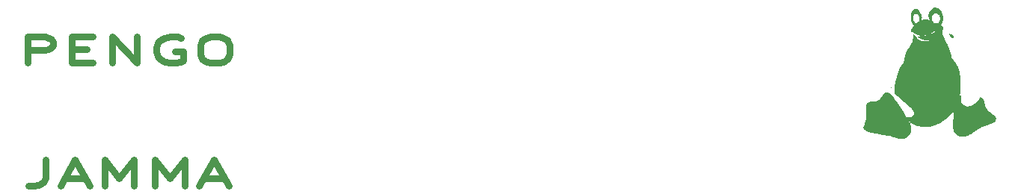
<source format=gto>
G04 #@! TF.GenerationSoftware,KiCad,Pcbnew,(6.0.6-0)*
G04 #@! TF.CreationDate,2022-08-17T04:52:14+09:00*
G04 #@! TF.ProjectId,PENGO2JAMMA,50454e47-4f32-44a4-914d-4d412e6b6963,rev?*
G04 #@! TF.SameCoordinates,Original*
G04 #@! TF.FileFunction,Legend,Top*
G04 #@! TF.FilePolarity,Positive*
%FSLAX46Y46*%
G04 Gerber Fmt 4.6, Leading zero omitted, Abs format (unit mm)*
G04 Created by KiCad (PCBNEW (6.0.6-0)) date 2022-08-17 04:52:14*
%MOMM*%
%LPD*%
G01*
G04 APERTURE LIST*
%ADD10C,0.750000*%
G04 APERTURE END LIST*
D10*
X87750476Y-96607142D02*
X87750476Y-93607142D01*
X89655238Y-93607142D01*
X90131428Y-93750000D01*
X90369523Y-93892857D01*
X90607619Y-94178571D01*
X90607619Y-94607142D01*
X90369523Y-94892857D01*
X90131428Y-95035714D01*
X89655238Y-95178571D01*
X87750476Y-95178571D01*
X92750476Y-95035714D02*
X94417142Y-95035714D01*
X95131428Y-96607142D02*
X92750476Y-96607142D01*
X92750476Y-93607142D01*
X95131428Y-93607142D01*
X97274285Y-96607142D02*
X97274285Y-93607142D01*
X100131428Y-96607142D01*
X100131428Y-93607142D01*
X105131428Y-93750000D02*
X104655238Y-93607142D01*
X103940952Y-93607142D01*
X103226666Y-93750000D01*
X102750476Y-94035714D01*
X102512380Y-94321428D01*
X102274285Y-94892857D01*
X102274285Y-95321428D01*
X102512380Y-95892857D01*
X102750476Y-96178571D01*
X103226666Y-96464285D01*
X103940952Y-96607142D01*
X104417142Y-96607142D01*
X105131428Y-96464285D01*
X105369523Y-96321428D01*
X105369523Y-95321428D01*
X104417142Y-95321428D01*
X108464761Y-93607142D02*
X109417142Y-93607142D01*
X109893333Y-93750000D01*
X110369523Y-94035714D01*
X110607619Y-94607142D01*
X110607619Y-95607142D01*
X110369523Y-96178571D01*
X109893333Y-96464285D01*
X109417142Y-96607142D01*
X108464761Y-96607142D01*
X107988571Y-96464285D01*
X107512380Y-96178571D01*
X107274285Y-95607142D01*
X107274285Y-94607142D01*
X107512380Y-94035714D01*
X107988571Y-93750000D01*
X108464761Y-93607142D01*
X89774285Y-107577142D02*
X89774285Y-109720000D01*
X89536190Y-110148571D01*
X89060000Y-110434285D01*
X88345714Y-110577142D01*
X87869523Y-110577142D01*
X91917142Y-109720000D02*
X94298095Y-109720000D01*
X91440952Y-110577142D02*
X93107619Y-107577142D01*
X94774285Y-110577142D01*
X96440952Y-110577142D02*
X96440952Y-107577142D01*
X98107619Y-109720000D01*
X99774285Y-107577142D01*
X99774285Y-110577142D01*
X102155238Y-110577142D02*
X102155238Y-107577142D01*
X103821904Y-109720000D01*
X105488571Y-107577142D01*
X105488571Y-110577142D01*
X107631428Y-109720000D02*
X110012380Y-109720000D01*
X107155238Y-110577142D02*
X108821904Y-107577142D01*
X110488571Y-110577142D01*
G36*
X189703433Y-91368365D02*
G01*
X189692948Y-91290069D01*
X189696370Y-91198991D01*
X189697653Y-91184298D01*
X189745312Y-90950572D01*
X189844202Y-90746052D01*
X189996072Y-90567186D01*
X190005284Y-90558673D01*
X190189157Y-90422740D01*
X190376821Y-90345454D01*
X190564940Y-90326684D01*
X190750174Y-90366298D01*
X190929187Y-90464166D01*
X191081336Y-90600985D01*
X191224105Y-90798991D01*
X191321328Y-91031185D01*
X191371255Y-91291706D01*
X191372141Y-91574618D01*
X191351161Y-91757355D01*
X191318668Y-91900986D01*
X191268402Y-92025516D01*
X191194099Y-92150953D01*
X191189669Y-92157566D01*
X191138348Y-92242136D01*
X191118712Y-92294274D01*
X191127291Y-92307472D01*
X191197381Y-92333159D01*
X191269231Y-92399357D01*
X191327416Y-92489776D01*
X191346624Y-92539172D01*
X191361470Y-92605093D01*
X191364634Y-92677154D01*
X191355207Y-92770907D01*
X191332282Y-92901905D01*
X191322552Y-92951210D01*
X191263414Y-93246207D01*
X191407969Y-93570590D01*
X191473623Y-93714809D01*
X191556925Y-93893188D01*
X191648936Y-94086826D01*
X191740717Y-94276827D01*
X191777822Y-94352570D01*
X191973611Y-94781249D01*
X192125623Y-95184916D01*
X192237640Y-95574055D01*
X192269780Y-95716803D01*
X192303507Y-95862833D01*
X192336522Y-95964882D01*
X192374693Y-96037950D01*
X192414853Y-96087714D01*
X192580412Y-96287540D01*
X192744386Y-96530806D01*
X192897958Y-96802048D01*
X193032311Y-97085805D01*
X193131204Y-97344145D01*
X193207085Y-97594252D01*
X193264679Y-97842166D01*
X193305718Y-98100791D01*
X193331935Y-98383028D01*
X193345062Y-98701781D01*
X193347389Y-98954201D01*
X193344664Y-99205426D01*
X193337437Y-99449601D01*
X193326368Y-99671855D01*
X193312121Y-99857313D01*
X193303786Y-99933406D01*
X193285328Y-100089942D01*
X193277795Y-100197114D01*
X193283332Y-100264249D01*
X193304085Y-100300678D01*
X193342199Y-100315728D01*
X193392409Y-100318700D01*
X193438437Y-100326389D01*
X193446371Y-100360429D01*
X193436919Y-100400755D01*
X193426813Y-100466226D01*
X193419000Y-100572675D01*
X193414633Y-100701742D01*
X193414099Y-100764248D01*
X193416101Y-100904585D01*
X193424229Y-101003419D01*
X193441665Y-101078516D01*
X193471589Y-101147645D01*
X193488281Y-101178520D01*
X193602057Y-101322834D01*
X193757651Y-101431938D01*
X193946612Y-101502165D01*
X194160488Y-101529849D01*
X194287721Y-101525426D01*
X194499358Y-101481175D01*
X194718138Y-101391590D01*
X194932940Y-101265227D01*
X195132648Y-101110643D01*
X195306142Y-100936396D01*
X195442304Y-100751044D01*
X195527318Y-100571374D01*
X195565855Y-100507838D01*
X195627417Y-100490152D01*
X195717749Y-100518114D01*
X195796461Y-100561810D01*
X195900065Y-100659243D01*
X195980829Y-100806403D01*
X196036113Y-100997213D01*
X196059444Y-101167436D01*
X196082445Y-101358891D01*
X196119953Y-101511090D01*
X196178537Y-101643586D01*
X196262977Y-101773508D01*
X196348493Y-101872998D01*
X196473790Y-101995942D01*
X196628816Y-102133561D01*
X196803523Y-102277076D01*
X196987861Y-102417708D01*
X197060016Y-102469751D01*
X197201283Y-102578080D01*
X197295172Y-102672941D01*
X197348585Y-102764857D01*
X197368423Y-102864351D01*
X197366653Y-102937251D01*
X197347386Y-103053321D01*
X197306659Y-103151147D01*
X197237118Y-103238287D01*
X197131409Y-103322299D01*
X196982177Y-103410744D01*
X196831430Y-103487380D01*
X196679189Y-103558991D01*
X196527883Y-103625806D01*
X196394534Y-103680570D01*
X196296165Y-103716023D01*
X196292370Y-103717189D01*
X196000225Y-103810488D01*
X195754789Y-103900065D01*
X195544127Y-103991306D01*
X195356304Y-104089596D01*
X195179386Y-104200320D01*
X195102062Y-104254264D01*
X194867609Y-104421031D01*
X194672497Y-104555773D01*
X194509147Y-104662805D01*
X194369982Y-104746442D01*
X194247424Y-104810999D01*
X194133895Y-104860790D01*
X194021817Y-104900130D01*
X193914255Y-104930600D01*
X193711198Y-104969550D01*
X193525095Y-104971772D01*
X193326302Y-104937287D01*
X193301470Y-104931016D01*
X193056237Y-104844326D01*
X192858372Y-104722707D01*
X192705956Y-104564292D01*
X192597073Y-104367213D01*
X192542495Y-104191467D01*
X192528972Y-104125533D01*
X192518625Y-104055264D01*
X192511354Y-103973581D01*
X192507055Y-103873405D01*
X192505629Y-103747657D01*
X192506973Y-103589260D01*
X192510984Y-103391134D01*
X192517562Y-103146202D01*
X192524260Y-102922951D01*
X192529758Y-102717090D01*
X192533066Y-102532229D01*
X192534176Y-102376187D01*
X192533081Y-102256785D01*
X192529775Y-102181844D01*
X192524916Y-102158874D01*
X192497567Y-102178617D01*
X192434654Y-102233682D01*
X192342969Y-102317819D01*
X192229304Y-102424779D01*
X192100449Y-102548314D01*
X192076960Y-102571057D01*
X191925343Y-102715022D01*
X191767209Y-102859870D01*
X191615083Y-102994492D01*
X191481488Y-103107776D01*
X191390598Y-103179941D01*
X191008446Y-103433522D01*
X190612564Y-103629732D01*
X190204233Y-103768281D01*
X189784738Y-103848880D01*
X189355361Y-103871239D01*
X188917385Y-103835068D01*
X188681272Y-103791863D01*
X188455469Y-103734756D01*
X188241848Y-103665683D01*
X188049681Y-103588781D01*
X187888244Y-103508189D01*
X187766809Y-103428044D01*
X187694651Y-103352483D01*
X187693981Y-103351389D01*
X187646980Y-103284652D01*
X187577481Y-103197714D01*
X187525973Y-103138079D01*
X187406369Y-103004551D01*
X187522130Y-103256771D01*
X187629401Y-103516325D01*
X187699210Y-103751240D01*
X187735919Y-103978984D01*
X187744289Y-104146958D01*
X187742848Y-104281447D01*
X187732327Y-104381037D01*
X187707777Y-104470028D01*
X187664253Y-104572723D01*
X187652541Y-104597667D01*
X187525204Y-104805788D01*
X187360646Y-104980435D01*
X187167845Y-105116587D01*
X186955778Y-105209221D01*
X186733423Y-105253316D01*
X186509757Y-105243850D01*
X186500314Y-105242178D01*
X186429174Y-105225129D01*
X186315676Y-105193293D01*
X186173722Y-105150757D01*
X186017218Y-105101611D01*
X185966202Y-105085113D01*
X185733317Y-105010977D01*
X185536619Y-104953279D01*
X185356786Y-104907460D01*
X185174496Y-104868965D01*
X184970428Y-104833237D01*
X184761844Y-104801112D01*
X184489955Y-104758705D01*
X184207700Y-104710819D01*
X183926185Y-104659626D01*
X183656514Y-104607297D01*
X183409794Y-104556004D01*
X183197129Y-104507917D01*
X183029625Y-104465207D01*
X182998912Y-104456448D01*
X182896942Y-104420716D01*
X182769492Y-104367968D01*
X182643336Y-104309319D01*
X182637723Y-104306521D01*
X182509431Y-104232275D01*
X182421380Y-104153301D01*
X182372464Y-104061941D01*
X182361577Y-103950541D01*
X182387614Y-103811443D01*
X182449469Y-103636992D01*
X182518255Y-103479318D01*
X182613054Y-103242080D01*
X182671642Y-103014404D01*
X182697052Y-102777207D01*
X182692318Y-102511410D01*
X182685711Y-102425930D01*
X182661813Y-102144450D01*
X182645067Y-101914967D01*
X182635930Y-101730514D01*
X182634860Y-101584122D01*
X182642315Y-101468820D01*
X182658750Y-101377641D01*
X182684625Y-101303616D01*
X182720395Y-101239776D01*
X182766519Y-101179151D01*
X182767613Y-101177849D01*
X182830245Y-101111250D01*
X182896827Y-101061966D01*
X182978025Y-101026831D01*
X183084504Y-101002679D01*
X183226927Y-100986344D01*
X183415961Y-100974661D01*
X183458842Y-100972669D01*
X183642729Y-100961845D01*
X183794447Y-100947731D01*
X183904810Y-100931386D01*
X183963281Y-100914600D01*
X184102469Y-100813476D01*
X184240045Y-100658310D01*
X184355353Y-100482355D01*
X184480862Y-100288456D01*
X184607270Y-100137233D01*
X184729066Y-100034808D01*
X184785751Y-100004135D01*
X184950637Y-99964386D01*
X185124811Y-99979478D01*
X185301588Y-100047100D01*
X185474280Y-100164938D01*
X185596944Y-100284710D01*
X185681050Y-100387204D01*
X185790197Y-100533134D01*
X185919248Y-100714835D01*
X186063070Y-100924641D01*
X186216526Y-101154888D01*
X186374480Y-101397910D01*
X186531798Y-101646042D01*
X186683343Y-101891618D01*
X186769823Y-102035322D01*
X186870926Y-102203375D01*
X186966821Y-102359537D01*
X187051679Y-102494565D01*
X187119670Y-102599212D01*
X187164963Y-102664233D01*
X187172120Y-102673289D01*
X187212719Y-102718801D01*
X187251624Y-102746558D01*
X187304334Y-102760946D01*
X187386347Y-102766354D01*
X187503764Y-102767168D01*
X187637198Y-102764616D01*
X187727516Y-102755004D01*
X187790804Y-102735395D01*
X187839003Y-102705989D01*
X187965144Y-102580160D01*
X188036989Y-102434095D01*
X188054490Y-102271625D01*
X188017599Y-102096578D01*
X187926266Y-101912784D01*
X187850350Y-101806235D01*
X187790039Y-101740929D01*
X187692802Y-101648411D01*
X187568712Y-101537705D01*
X187427845Y-101417833D01*
X187301956Y-101315086D01*
X186993569Y-101065414D01*
X186700586Y-100822116D01*
X186431922Y-100592770D01*
X186196496Y-100384954D01*
X186056833Y-100256899D01*
X185862346Y-100074967D01*
X185862346Y-99773443D01*
X185889683Y-99268691D01*
X185970104Y-98750528D01*
X186101231Y-98226649D01*
X186280681Y-97704748D01*
X186506073Y-97192518D01*
X186775028Y-96697654D01*
X186853711Y-96569749D01*
X186928097Y-96450082D01*
X186976084Y-96363693D01*
X187003450Y-96294000D01*
X187015977Y-96224417D01*
X187019444Y-96138360D01*
X187019589Y-96093799D01*
X187029401Y-95901586D01*
X187061318Y-95716956D01*
X187119066Y-95530521D01*
X187206372Y-95332891D01*
X187326960Y-95114677D01*
X187484557Y-94866489D01*
X187538117Y-94786975D01*
X187666942Y-94595399D01*
X187765451Y-94440473D01*
X187838160Y-94310796D01*
X187889582Y-94194967D01*
X187924233Y-94081586D01*
X187946627Y-93959253D01*
X187961278Y-93816566D01*
X187969379Y-93697905D01*
X187979151Y-93553049D01*
X187989099Y-93430916D01*
X187998160Y-93343011D01*
X188005272Y-93300839D01*
X188006240Y-93299014D01*
X188032476Y-93312325D01*
X188089264Y-93365722D01*
X188170543Y-93452589D01*
X188270254Y-93566307D01*
X188382334Y-93700258D01*
X188448559Y-93782035D01*
X188594121Y-93943431D01*
X188738440Y-94054835D01*
X188896251Y-94123410D01*
X189082289Y-94156319D01*
X189230220Y-94161980D01*
X189437516Y-94152510D01*
X189608577Y-94122374D01*
X189675314Y-94102635D01*
X189853351Y-94043336D01*
X189512113Y-94024426D01*
X189262497Y-94001078D01*
X189055356Y-93958249D01*
X188875601Y-93890893D01*
X188708144Y-93793967D01*
X188612587Y-93723691D01*
X188541014Y-93657304D01*
X188523825Y-93613500D01*
X188528981Y-93605136D01*
X188568806Y-93591674D01*
X188655038Y-93577141D01*
X188774808Y-93563322D01*
X188909231Y-93552396D01*
X189257670Y-93519193D01*
X189559897Y-93466492D01*
X189826977Y-93390328D01*
X190069976Y-93286734D01*
X190299959Y-93151745D01*
X190527991Y-92981395D01*
X190547606Y-92965184D01*
X190646405Y-92886168D01*
X190738618Y-92817899D01*
X190806555Y-92773380D01*
X190814114Y-92769267D01*
X190886474Y-92723372D01*
X190934788Y-92680340D01*
X190957370Y-92644102D01*
X190933421Y-92634010D01*
X190924966Y-92633874D01*
X190882173Y-92652082D01*
X190807588Y-92700917D01*
X190713876Y-92771695D01*
X190661695Y-92814370D01*
X190383564Y-93029640D01*
X190115660Y-93196697D01*
X189845091Y-93321985D01*
X189558964Y-93411948D01*
X189393914Y-93448020D01*
X189077893Y-93489537D01*
X188796758Y-93486354D01*
X188545395Y-93437613D01*
X188318691Y-93342455D01*
X188163434Y-93241373D01*
X188036599Y-93156875D01*
X187922390Y-93102613D01*
X187871580Y-93088999D01*
X187793758Y-93067117D01*
X187744853Y-93035885D01*
X187739881Y-93027712D01*
X187732700Y-92943295D01*
X187756236Y-92828701D01*
X187804657Y-92700509D01*
X187872131Y-92575297D01*
X187924997Y-92501447D01*
X188053754Y-92343369D01*
X187984163Y-92277991D01*
X187895916Y-92159536D01*
X187825373Y-91989300D01*
X187773821Y-91772537D01*
X187742550Y-91514496D01*
X187742416Y-91510916D01*
X187972318Y-91510916D01*
X187985079Y-91655096D01*
X188021530Y-91781841D01*
X188024461Y-91788451D01*
X188065979Y-91857350D01*
X188128484Y-91937432D01*
X188198587Y-92014164D01*
X188262898Y-92073015D01*
X188308028Y-92099456D01*
X188311324Y-92099762D01*
X188340751Y-92083921D01*
X188404101Y-92042554D01*
X188480911Y-91989353D01*
X188532743Y-91951397D01*
X189615968Y-91951397D01*
X189658901Y-91978700D01*
X189677065Y-91981070D01*
X189715415Y-91964479D01*
X189719823Y-91951397D01*
X189694896Y-91927521D01*
X189658726Y-91921724D01*
X189617697Y-91933147D01*
X189615968Y-91951397D01*
X188532743Y-91951397D01*
X188565703Y-91927261D01*
X188631241Y-91875564D01*
X188660546Y-91848406D01*
X188670854Y-91805204D01*
X188675255Y-91720872D01*
X188672835Y-91613418D01*
X188672655Y-91610159D01*
X188641121Y-91403814D01*
X188573427Y-91234064D01*
X188472435Y-91107722D01*
X188455551Y-91093688D01*
X188355392Y-91045963D01*
X188236685Y-91032244D01*
X188128935Y-91055457D01*
X188119104Y-91060345D01*
X188056639Y-91124016D01*
X188010051Y-91230351D01*
X187981293Y-91364326D01*
X187972318Y-91510916D01*
X187742416Y-91510916D01*
X187732821Y-91254084D01*
X187739722Y-91061543D01*
X187764221Y-90910847D01*
X187809934Y-90786166D01*
X187858865Y-90702351D01*
X187976739Y-90572487D01*
X188117053Y-90493303D01*
X188271686Y-90467665D01*
X188432522Y-90498438D01*
X188434539Y-90499192D01*
X188563939Y-90575908D01*
X188687106Y-90700587D01*
X188796616Y-90861857D01*
X188885044Y-91048346D01*
X188944966Y-91248683D01*
X188953746Y-91294417D01*
X188970978Y-91407555D01*
X188974347Y-91481063D01*
X188962900Y-91533235D01*
X188938986Y-91577308D01*
X188885069Y-91660750D01*
X188842747Y-91726276D01*
X188796511Y-91797884D01*
X188978918Y-91741112D01*
X189178537Y-91698880D01*
X189393685Y-91686661D01*
X189600287Y-91704535D01*
X189737755Y-91738632D01*
X189889214Y-91790986D01*
X189785694Y-91573001D01*
X189768966Y-91535892D01*
X190095877Y-91535892D01*
X190111963Y-91724219D01*
X190165005Y-91870340D01*
X190258879Y-91981319D01*
X190381747Y-92057116D01*
X190489610Y-92104038D01*
X190567213Y-92123596D01*
X190636783Y-92116114D01*
X190720551Y-92081921D01*
X190759383Y-92062670D01*
X190890935Y-91968712D01*
X190976909Y-91840802D01*
X191019373Y-91675144D01*
X191024942Y-91574999D01*
X191015706Y-91412235D01*
X190983041Y-91288049D01*
X190921011Y-91184308D01*
X190882596Y-91140162D01*
X190751261Y-91032063D01*
X190611003Y-90979257D01*
X190529883Y-90972302D01*
X190384162Y-90999326D01*
X190263471Y-91076250D01*
X190172242Y-91197323D01*
X190114906Y-91356788D01*
X190095877Y-91535892D01*
X189768966Y-91535892D01*
X189732718Y-91455477D01*
X189703433Y-91368365D01*
G37*
G36*
X185503034Y-99393669D02*
G01*
X185506272Y-99414131D01*
X185499923Y-99453721D01*
X185494610Y-99458640D01*
X185475477Y-99435437D01*
X185465868Y-99414131D01*
X185465251Y-99375922D01*
X185477530Y-99369621D01*
X185503034Y-99393669D01*
G37*
G36*
X192109729Y-93268177D02*
G01*
X192178964Y-93294707D01*
X192266814Y-93337785D01*
X192357702Y-93389517D01*
X192436051Y-93442014D01*
X192460553Y-93461597D01*
X192531079Y-93554024D01*
X192551295Y-93658732D01*
X192538748Y-93716934D01*
X192491989Y-93778281D01*
X192423987Y-93789817D01*
X192344465Y-93752356D01*
X192285717Y-93695722D01*
X192227223Y-93615737D01*
X192169314Y-93519556D01*
X192119156Y-93421772D01*
X192083917Y-93336976D01*
X192070766Y-93279761D01*
X192074683Y-93266086D01*
X192109729Y-93268177D01*
G37*
G36*
X190758374Y-91313430D02*
G01*
X190743538Y-91328266D01*
X190728702Y-91313430D01*
X190743538Y-91298593D01*
X190758374Y-91313430D01*
G37*
M02*

</source>
